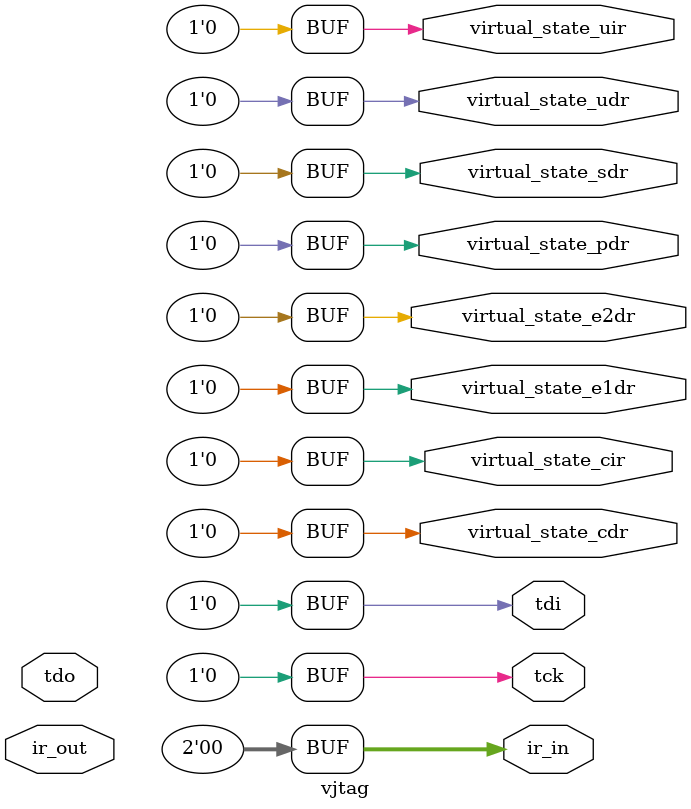
<source format=v>
module vjtag(	// file.cleaned.mlir:2:3
  input  [1:0] ir_out,	// file.cleaned.mlir:2:23
  input        tdo,	// file.cleaned.mlir:2:40
  output [1:0] ir_in,	// file.cleaned.mlir:2:55
  output       tck,	// file.cleaned.mlir:2:71
               tdi,	// file.cleaned.mlir:2:85
               virtual_state_cdr,	// file.cleaned.mlir:2:99
               virtual_state_cir,	// file.cleaned.mlir:2:127
               virtual_state_e1dr,	// file.cleaned.mlir:2:155
               virtual_state_e2dr,	// file.cleaned.mlir:2:184
               virtual_state_pdr,	// file.cleaned.mlir:2:213
               virtual_state_sdr,	// file.cleaned.mlir:2:241
               virtual_state_udr,	// file.cleaned.mlir:2:269
               virtual_state_uir	// file.cleaned.mlir:2:297
);

  assign ir_in = 2'h0;	// file.cleaned.mlir:3:14, :5:5
  assign tck = 1'h0;	// file.cleaned.mlir:4:14, :5:5
  assign tdi = 1'h0;	// file.cleaned.mlir:4:14, :5:5
  assign virtual_state_cdr = 1'h0;	// file.cleaned.mlir:4:14, :5:5
  assign virtual_state_cir = 1'h0;	// file.cleaned.mlir:4:14, :5:5
  assign virtual_state_e1dr = 1'h0;	// file.cleaned.mlir:4:14, :5:5
  assign virtual_state_e2dr = 1'h0;	// file.cleaned.mlir:4:14, :5:5
  assign virtual_state_pdr = 1'h0;	// file.cleaned.mlir:4:14, :5:5
  assign virtual_state_sdr = 1'h0;	// file.cleaned.mlir:4:14, :5:5
  assign virtual_state_udr = 1'h0;	// file.cleaned.mlir:4:14, :5:5
  assign virtual_state_uir = 1'h0;	// file.cleaned.mlir:4:14, :5:5
endmodule


</source>
